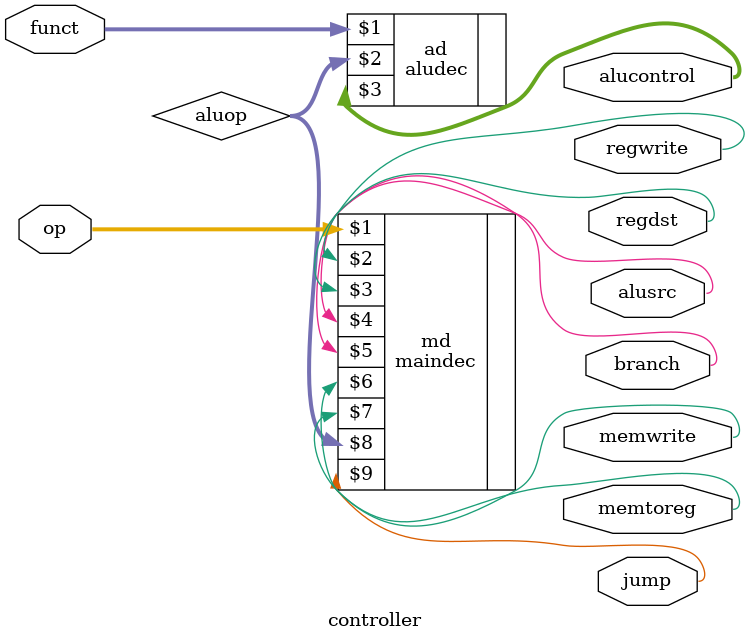
<source format=v>
`timescale 1ns / 1ps
module controller(input  [5:0] op, funct,
                  output       memtoreg, memwrite,
                  output       alusrc,
                  output       regdst, regwrite,
                  output       jump, branch,
                  output [2:0] alucontrol);

  wire [1:0] aluop;

  maindec md (op, regwrite, regdst, alusrc, branch,
             memwrite, memtoreg, aluop, jump);
  aludec  ad (funct, aluop, alucontrol);

endmodule

</source>
